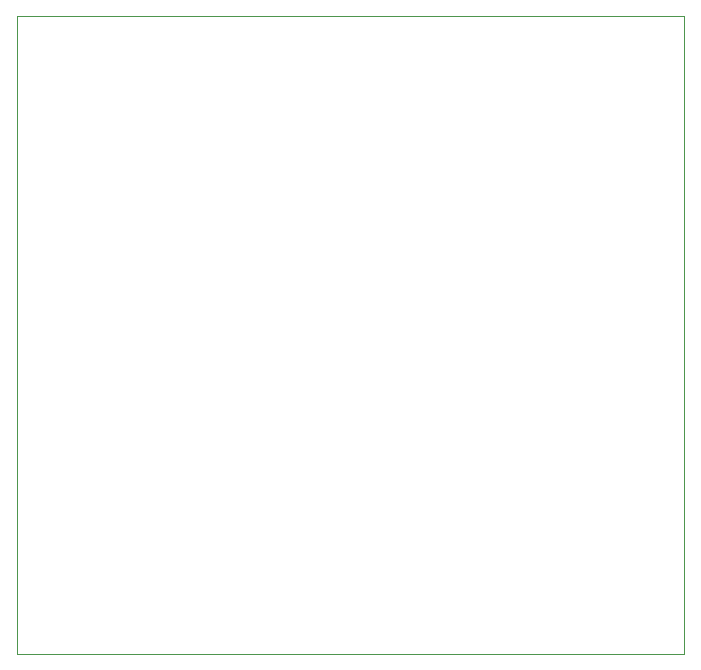
<source format=gbr>
%TF.GenerationSoftware,KiCad,Pcbnew,8.0.3*%
%TF.CreationDate,2025-04-27T14:59:32+02:00*%
%TF.ProjectId,FPGA_Audio_Board,46504741-5f41-4756-9469-6f5f426f6172,rev?*%
%TF.SameCoordinates,Original*%
%TF.FileFunction,Profile,NP*%
%FSLAX46Y46*%
G04 Gerber Fmt 4.6, Leading zero omitted, Abs format (unit mm)*
G04 Created by KiCad (PCBNEW 8.0.3) date 2025-04-27 14:59:32*
%MOMM*%
%LPD*%
G01*
G04 APERTURE LIST*
%TA.AperFunction,Profile*%
%ADD10C,0.050000*%
%TD*%
G04 APERTURE END LIST*
D10*
X115500000Y-69000000D02*
X172000000Y-69000000D01*
X172000000Y-123000000D01*
X115500000Y-123000000D01*
X115500000Y-69000000D01*
M02*

</source>
